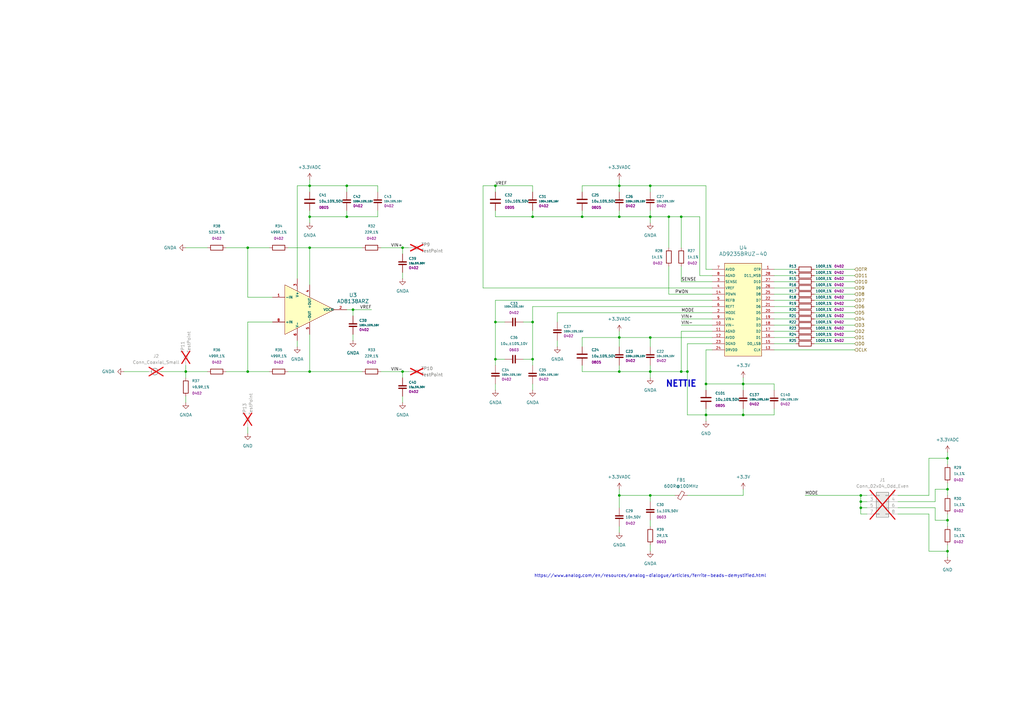
<source format=kicad_sch>
(kicad_sch (version 20231120) (generator "eeschema") (generator_version "8.0")
  (paper "A3")
  (junction (at 254 76.2))
  (junction (at 266.7 88.9))
  (junction (at 274.32 88.9))
  (junction (at 304.8 170.18))
  (junction (at 127 76.2))
  (junction (at 203.2 132.08))
  (junction (at 353.06 208.28))
  (junction (at 144.78 127))
  (junction (at 165.1 101.6))
  (junction (at 203.2 76.2))
  (junction (at 254 203.2))
  (junction (at 304.8 157.48))
  (junction (at 238.76 88.9))
  (junction (at 266.7 76.2))
  (junction (at 266.7 152.4))
  (junction (at 218.44 132.08))
  (junction (at 142.24 88.9))
  (junction (at 76.2 152.4))
  (junction (at 101.6 101.6))
  (junction (at 218.44 88.9))
  (junction (at 266.7 203.2))
  (junction (at 266.7 138.43))
  (junction (at 388.62 226.06))
  (junction (at 254 138.43))
  (junction (at 353.06 203.2))
  (junction (at 254 152.4))
  (junction (at 101.6 152.4))
  (junction (at 142.24 76.2))
  (junction (at 353.06 205.74))
  (junction (at 388.62 213.36))
  (junction (at 281.94 152.4))
  (junction (at 127 152.4))
  (junction (at 127 88.9))
  (junction (at 279.4 152.4))
  (junction (at 289.56 170.18))
  (junction (at 279.4 88.9))
  (junction (at 218.44 147.32))
  (junction (at 165.1 152.4))
  (junction (at 203.2 147.32))
  (junction (at 127 101.6))
  (junction (at 289.56 157.48))
  (junction (at 388.62 200.66))
  (junction (at 254 88.9))
  (junction (at 388.62 187.96))
  (wire (pts (xy 203.2 147.32) (xy 203.2 149.86)))
  (wire (pts (xy 317.5 130.81) (xy 326.39 130.81)))
  (wire (pts (xy 238.76 88.9) (xy 254 88.9)))
  (wire (pts (xy 304.8 154.94) (xy 304.8 157.48)))
  (wire (pts (xy 76.2 162.56) (xy 76.2 165.1)))
  (wire (pts (xy 279.4 88.9) (xy 279.4 101.6)))
  (wire (pts (xy 388.62 200.66) (xy 388.62 203.2)))
  (wire (pts (xy 121.92 76.2) (xy 121.92 114.3)))
  (wire (pts (xy 144.78 127) (xy 152.4 127)))
  (wire (pts (xy 203.2 132.08) (xy 207.01 132.08)))
  (wire (pts (xy 292.1 113.03) (xy 287.02 113.03)))
  (wire (pts (xy 289.56 170.18) (xy 289.56 172.72)))
  (wire (pts (xy 266.7 86.36) (xy 266.7 88.9)))
  (wire (pts (xy 292.1 120.65) (xy 274.32 120.65)))
  (wire (pts (xy 289.56 76.2) (xy 289.56 110.49)))
  (wire (pts (xy 287.02 88.9) (xy 287.02 113.03)))
  (wire (pts (xy 353.06 208.28) (xy 353.06 210.82)))
  (wire (pts (xy 165.1 154.94) (xy 165.1 152.4)))
  (wire (pts (xy 317.5 135.89) (xy 326.39 135.89)))
  (wire (pts (xy 127 78.74) (xy 127 76.2)))
  (wire (pts (xy 279.4 130.81) (xy 292.1 130.81)))
  (wire (pts (xy 266.7 88.9) (xy 274.32 88.9)))
  (wire (pts (xy 266.7 138.43) (xy 292.1 138.43)))
  (wire (pts (xy 279.4 88.9) (xy 287.02 88.9)))
  (wire (pts (xy 266.7 152.4) (xy 266.7 154.94)))
  (wire (pts (xy 92.71 101.6) (xy 101.6 101.6)))
  (wire (pts (xy 254 76.2) (xy 254 78.74)))
  (wire (pts (xy 317.5 125.73) (xy 326.39 125.73)))
  (wire (pts (xy 266.7 88.9) (xy 266.7 91.44)))
  (wire (pts (xy 254 138.43) (xy 254 142.24)))
  (wire (pts (xy 317.5 138.43) (xy 326.39 138.43)))
  (wire (pts (xy 228.6 142.24) (xy 228.6 139.7)))
  (wire (pts (xy 165.1 111.76) (xy 165.1 114.3)))
  (wire (pts (xy 274.32 88.9) (xy 274.32 101.6)))
  (wire (pts (xy 218.44 76.2) (xy 203.2 76.2)))
  (wire (pts (xy 388.62 210.82) (xy 388.62 213.36)))
  (wire (pts (xy 101.6 175.26) (xy 101.6 177.8)))
  (wire (pts (xy 218.44 125.73) (xy 292.1 125.73)))
  (wire (pts (xy 388.62 226.06) (xy 388.62 228.6)))
  (wire (pts (xy 292.1 135.89) (xy 279.4 135.89)))
  (wire (pts (xy 334.01 128.27) (xy 350.52 128.27)))
  (wire (pts (xy 266.7 152.4) (xy 279.4 152.4)))
  (wire (pts (xy 317.5 123.19) (xy 326.39 123.19)))
  (wire (pts (xy 279.4 133.35) (xy 292.1 133.35)))
  (wire (pts (xy 388.62 187.96) (xy 388.62 190.5)))
  (wire (pts (xy 110.49 101.6) (xy 101.6 101.6)))
  (wire (pts (xy 266.7 203.2) (xy 276.86 203.2)))
  (wire (pts (xy 203.2 123.19) (xy 292.1 123.19)))
  (wire (pts (xy 127 101.6) (xy 127 116.84)))
  (wire (pts (xy 110.49 152.4) (xy 101.6 152.4)))
  (wire (pts (xy 317.5 157.48) (xy 317.5 160.02)))
  (wire (pts (xy 281.94 170.18) (xy 289.56 170.18)))
  (wire (pts (xy 203.2 147.32) (xy 207.01 147.32)))
  (wire (pts (xy 353.06 208.28) (xy 355.6 208.28)))
  (wire (pts (xy 353.06 203.2) (xy 353.06 205.74)))
  (wire (pts (xy 203.2 88.9) (xy 218.44 88.9)))
  (wire (pts (xy 154.94 88.9) (xy 154.94 86.36)))
  (wire (pts (xy 274.32 88.9) (xy 279.4 88.9)))
  (wire (pts (xy 334.01 118.11) (xy 350.52 118.11)))
  (wire (pts (xy 289.56 110.49) (xy 292.1 110.49)))
  (wire (pts (xy 353.06 205.74) (xy 355.6 205.74)))
  (wire (pts (xy 317.5 170.18) (xy 304.8 170.18)))
  (wire (pts (xy 388.62 223.52) (xy 388.62 226.06)))
  (wire (pts (xy 254 135.89) (xy 254 138.43)))
  (wire (pts (xy 266.7 76.2) (xy 266.7 78.74)))
  (wire (pts (xy 279.4 109.22) (xy 279.4 115.57)))
  (wire (pts (xy 334.01 135.89) (xy 350.52 135.89)))
  (wire (pts (xy 317.5 140.97) (xy 326.39 140.97)))
  (wire (pts (xy 127 152.4) (xy 127 137.16)))
  (wire (pts (xy 304.8 157.48) (xy 317.5 157.48)))
  (wire (pts (xy 92.71 152.4) (xy 101.6 152.4)))
  (wire (pts (xy 334.01 110.49) (xy 350.52 110.49)))
  (wire (pts (xy 144.78 129.54) (xy 144.78 127)))
  (wire (pts (xy 144.78 139.7) (xy 144.78 137.16)))
  (wire (pts (xy 127 76.2) (xy 142.24 76.2)))
  (wire (pts (xy 254 86.36) (xy 254 88.9)))
  (wire (pts (xy 238.76 78.74) (xy 238.76 76.2)))
  (wire (pts (xy 304.8 167.64) (xy 304.8 170.18)))
  (wire (pts (xy 254 200.66) (xy 254 203.2)))
  (wire (pts (xy 381 187.96) (xy 381 203.2)))
  (wire (pts (xy 101.6 132.08) (xy 111.76 132.08)))
  (wire (pts (xy 388.62 198.12) (xy 388.62 200.66)))
  (wire (pts (xy 292.1 143.51) (xy 289.56 143.51)))
  (wire (pts (xy 254 152.4) (xy 266.7 152.4)))
  (wire (pts (xy 127 88.9) (xy 127 86.36)))
  (wire (pts (xy 118.11 101.6) (xy 127 101.6)))
  (wire (pts (xy 289.56 167.64) (xy 289.56 170.18)))
  (wire (pts (xy 381 226.06) (xy 388.62 226.06)))
  (wire (pts (xy 254 138.43) (xy 266.7 138.43)))
  (wire (pts (xy 76.2 149.86) (xy 76.2 152.4)))
  (wire (pts (xy 355.6 203.2) (xy 353.06 203.2)))
  (wire (pts (xy 148.59 152.4) (xy 127 152.4)))
  (wire (pts (xy 317.5 143.51) (xy 350.52 143.51)))
  (wire (pts (xy 238.76 152.4) (xy 254 152.4)))
  (wire (pts (xy 127 88.9) (xy 142.24 88.9)))
  (wire (pts (xy 383.54 208.28) (xy 383.54 213.36)))
  (wire (pts (xy 281.94 203.2) (xy 304.8 203.2)))
  (wire (pts (xy 165.1 152.4) (xy 167.64 152.4)))
  (wire (pts (xy 218.44 125.73) (xy 218.44 132.08)))
  (wire (pts (xy 156.21 101.6) (xy 165.1 101.6)))
  (wire (pts (xy 334.01 120.65) (xy 350.52 120.65)))
  (wire (pts (xy 289.56 170.18) (xy 304.8 170.18)))
  (wire (pts (xy 238.76 76.2) (xy 254 76.2)))
  (wire (pts (xy 388.62 187.96) (xy 381 187.96)))
  (wire (pts (xy 101.6 152.4) (xy 101.6 132.08)))
  (wire (pts (xy 289.56 76.2) (xy 266.7 76.2)))
  (wire (pts (xy 353.06 205.74) (xy 353.06 208.28)))
  (wire (pts (xy 254 215.9) (xy 254 218.44)))
  (wire (pts (xy 214.63 132.08) (xy 218.44 132.08)))
  (wire (pts (xy 368.3 203.2) (xy 381 203.2)))
  (wire (pts (xy 292.1 128.27) (xy 228.6 128.27)))
  (wire (pts (xy 334.01 115.57) (xy 350.52 115.57)))
  (wire (pts (xy 203.2 123.19) (xy 203.2 132.08)))
  (wire (pts (xy 292.1 115.57) (xy 279.4 115.57)))
  (wire (pts (xy 127 73.66) (xy 127 76.2)))
  (wire (pts (xy 304.8 157.48) (xy 304.8 160.02)))
  (wire (pts (xy 289.56 143.51) (xy 289.56 157.48)))
  (wire (pts (xy 142.24 88.9) (xy 154.94 88.9)))
  (wire (pts (xy 254 88.9) (xy 266.7 88.9)))
  (wire (pts (xy 118.11 152.4) (xy 127 152.4)))
  (wire (pts (xy 281.94 140.97) (xy 281.94 152.4)))
  (wire (pts (xy 76.2 101.6) (xy 85.09 101.6)))
  (wire (pts (xy 266.7 138.43) (xy 266.7 142.24)))
  (wire (pts (xy 198.12 76.2) (xy 198.12 118.11)))
  (wire (pts (xy 203.2 132.08) (xy 203.2 147.32)))
  (wire (pts (xy 266.7 215.9) (xy 266.7 213.36)))
  (wire (pts (xy 76.2 152.4) (xy 76.2 154.94)))
  (wire (pts (xy 317.5 133.35) (xy 326.39 133.35)))
  (wire (pts (xy 254 76.2) (xy 266.7 76.2)))
  (wire (pts (xy 317.5 128.27) (xy 326.39 128.27)))
  (wire (pts (xy 254 73.66) (xy 254 76.2)))
  (wire (pts (xy 334.01 113.03) (xy 350.52 113.03)))
  (wire (pts (xy 334.01 123.19) (xy 350.52 123.19)))
  (wire (pts (xy 101.6 121.92) (xy 111.76 121.92)))
  (wire (pts (xy 368.3 208.28) (xy 383.54 208.28)))
  (wire (pts (xy 334.01 125.73) (xy 350.52 125.73)))
  (wire (pts (xy 218.44 88.9) (xy 218.44 86.36)))
  (wire (pts (xy 218.44 132.08) (xy 218.44 147.32)))
  (wire (pts (xy 317.5 118.11) (xy 326.39 118.11)))
  (wire (pts (xy 317.5 115.57) (xy 326.39 115.57)))
  (wire (pts (xy 218.44 147.32) (xy 218.44 149.86)))
  (wire (pts (xy 165.1 101.6) (xy 165.1 104.14)))
  (wire (pts (xy 317.5 120.65) (xy 326.39 120.65)))
  (wire (pts (xy 148.59 101.6) (xy 127 101.6)))
  (wire (pts (xy 317.5 113.03) (xy 326.39 113.03)))
  (wire (pts (xy 218.44 78.74) (xy 218.44 76.2)))
  (wire (pts (xy 218.44 157.48) (xy 218.44 160.02)))
  (wire (pts (xy 289.56 157.48) (xy 289.56 160.02)))
  (wire (pts (xy 254 149.86) (xy 254 152.4)))
  (wire (pts (xy 127 91.44) (xy 127 88.9)))
  (wire (pts (xy 142.24 76.2) (xy 154.94 76.2)))
  (wire (pts (xy 334.01 138.43) (xy 350.52 138.43)))
  (wire (pts (xy 383.54 205.74) (xy 383.54 200.66)))
  (wire (pts (xy 279.4 152.4) (xy 281.94 152.4)))
  (wire (pts (xy 203.2 76.2) (xy 198.12 76.2)))
  (wire (pts (xy 142.24 88.9) (xy 142.24 86.36)))
  (wire (pts (xy 238.76 138.43) (xy 238.76 142.24)))
  (wire (pts (xy 330.2 203.2) (xy 353.06 203.2)))
  (wire (pts (xy 292.1 118.11) (xy 198.12 118.11)))
  (wire (pts (xy 238.76 88.9) (xy 218.44 88.9)))
  (wire (pts (xy 165.1 101.6) (xy 167.64 101.6)))
  (wire (pts (xy 127 76.2) (xy 121.92 76.2)))
  (wire (pts (xy 266.7 149.86) (xy 266.7 152.4)))
  (wire (pts (xy 334.01 130.81) (xy 350.52 130.81)))
  (wire (pts (xy 228.6 128.27) (xy 228.6 132.08)))
  (wire (pts (xy 154.94 76.2) (xy 154.94 78.74)))
  (wire (pts (xy 317.5 110.49) (xy 326.39 110.49)))
  (wire (pts (xy 388.62 185.42) (xy 388.62 187.96)))
  (wire (pts (xy 353.06 210.82) (xy 355.6 210.82)))
  (wire (pts (xy 50.8 152.4) (xy 60.96 152.4)))
  (wire (pts (xy 254 203.2) (xy 266.7 203.2)))
  (wire (pts (xy 281.94 152.4) (xy 281.94 170.18)))
  (wire (pts (xy 214.63 147.32) (xy 218.44 147.32)))
  (wire (pts (xy 165.1 152.4) (xy 156.21 152.4)))
  (wire (pts (xy 317.5 167.64) (xy 317.5 170.18)))
  (wire (pts (xy 121.92 139.7) (xy 121.92 142.24)))
  (wire (pts (xy 274.32 109.22) (xy 274.32 120.65)))
  (wire (pts (xy 165.1 165.1) (xy 165.1 162.56)))
  (wire (pts (xy 368.3 210.82) (xy 381 210.82)))
  (wire (pts (xy 279.4 135.89) (xy 279.4 152.4)))
  (wire (pts (xy 203.2 157.48) (xy 203.2 160.02)))
  (wire (pts (xy 254 203.2) (xy 254 208.28)))
  (wire (pts (xy 368.3 205.74) (xy 383.54 205.74)))
  (wire (pts (xy 142.24 76.2) (xy 142.24 78.74)))
  (wire (pts (xy 334.01 140.97) (xy 350.52 140.97)))
  (wire (pts (xy 203.2 86.36) (xy 203.2 88.9)))
  (wire (pts (xy 66.04 152.4) (xy 76.2 152.4)))
  (wire (pts (xy 144.78 127) (xy 142.24 127)))
  (wire (pts (xy 388.62 213.36) (xy 388.62 215.9)))
  (wire (pts (xy 383.54 200.66) (xy 388.62 200.66)))
  (wire (pts (xy 292.1 140.97) (xy 281.94 140.97)))
  (wire (pts (xy 101.6 101.6) (xy 101.6 121.92)))
  (wire (pts (xy 266.7 205.74) (xy 266.7 203.2)))
  (wire (pts (xy 203.2 76.2) (xy 203.2 78.74)))
  (wire (pts (xy 238.76 86.36) (xy 238.76 88.9)))
  (wire (pts (xy 76.2 152.4) (xy 85.09 152.4)))
  (wire (pts (xy 304.8 203.2) (xy 304.8 200.66)))
  (wire (pts (xy 381 210.82) (xy 381 226.06)))
  (wire (pts (xy 238.76 152.4) (xy 238.76 149.86)))
  (wire (pts (xy 289.56 157.48) (xy 304.8 157.48)))
  (wire (pts (xy 266.7 226.06) (xy 266.7 223.52)))
  (wire (pts (xy 334.01 133.35) (xy 350.52 133.35)))
  (wire (pts (xy 254 138.43) (xy 238.76 138.43)))
  (wire (pts (xy 383.54 213.36) (xy 388.62 213.36)))
  (text "https://www.analog.com/en/resources/analog-dialogue/articles/ferrite-beads-demystified.html" (at 266.7 236.22 0) (effects (font (size 1.27 1.27))))
  (text "NETTIE" (at 279.4 157.48 0) (effects (font (size 2.54 2.54) (thickness 0.508) (bold yes))))
  (label "MODE" (at 330.2 203.2 0))
  (label "VREF" (at 152.4 127 180))
  (label "VIN+" (at 165.1 101.6 180))
  (label "VIN-" (at 279.4 133.35 0))
  (label "VIN+" (at 279.4 130.81 0))
  (label "VIN-" (at 165.1 152.4 180))
  (label "SENSE" (at 279.4 115.57 0))
  (label "PWDN" (at 276.86 120.65 0))
  (label "VREF" (at 203.2 76.2 0))
  (label "MODE" (at 279.4 128.27 0))
  (hierarchical_label "D3" (shape input) (at 350.52 133.35 0))
  (hierarchical_label "D0" (shape input) (at 350.52 140.97 0))
  (hierarchical_label "CLK" (shape input) (at 350.52 143.51 0))
  (hierarchical_label "D1" (shape input) (at 350.52 138.43 0))
  (hierarchical_label "D9" (shape input) (at 350.52 118.11 0))
  (hierarchical_label "D5" (shape input) (at 350.52 128.27 0))
  (hierarchical_label "D8" (shape input) (at 350.52 120.65 0))
  (hierarchical_label "OTR" (shape input) (at 350.52 110.49 0))
  (hierarchical_label "D10" (shape input) (at 350.52 115.57 0))
  (hierarchical_label "D2" (shape input) (at 350.52 135.89 0))
  (hierarchical_label "D11" (shape input) (at 350.52 113.03 0))
  (hierarchical_label "D6" (shape input) (at 350.52 125.73 0))
  (hierarchical_label "D7" (shape input) (at 350.52 123.19 0))
  (hierarchical_label "D4" (shape input) (at 350.52 130.81 0))
  (symbol (lib_id "JLC_R0402:100R,1%") (at 330.2 110.49 90) (unit 1)
    (property "Reference" "R13" (at 325.12 109.22 90) (effects (font (size 1.016 1.016))))
    (property "Value" "100R,1%" (at 337.82 109.22 90) (effects (font (size 1.016 1.016))))
    (property "Footprint" "Abacus:R_0402_1005Metric_for_0.25mm_grid" (effects (hide yes)))
    (property "Description" "Resistor" (effects (hide yes)))
    (property "Package" "0402" (at 344.17 109.22 90) (effects (font (size 1.016 1.016))))
    (property "Manufacturer" "UNI-ROYAL" (effects (hide yes)))
    (property "Manufacturer Part" "0402WGF1000TCE" (effects (hide yes)))
    (property "Supplier Part" "C25076" (effects (hide yes)))
  )
  (symbol (lib_id "JLC_R0402:100R,1%") (at 330.2 125.73 90) (unit 1)
    (property "Reference" "R19" (at 325.12 124.46 90) (effects (font (size 1.016 1.016))))
    (property "Value" "100R,1%" (at 337.82 124.46 90) (effects (font (size 1.016 1.016))))
    (property "Footprint" "Abacus:R_0402_1005Metric_for_0.25mm_grid" (effects (hide yes)))
    (property "Description" "Resistor" (effects (hide yes)))
    (property "Package" "0402" (at 344.17 124.46 90) (effects (font (size 1.016 1.016))))
    (property "Manufacturer" "UNI-ROYAL" (effects (hide yes)))
    (property "Manufacturer Part" "0402WGF1000TCE" (effects (hide yes)))
    (property "Supplier Part" "C25076" (effects (hide yes)))
  )
  (symbol (lib_id "JLC_C0402:10n,10%,50V") (at 266.7 82.55 0) (unit 1)
    (property "Reference" "C27" (at 269.24 80.6449 0) (effects (font (size 1.016 1.016)) (justify left)))
    (property "Value" "10n,10%,10V" (at 269.24 82.55 0) (effects (font (size 0.762 0.762)) (justify left)))
    (property "Footprint" "Abacus:C_0402_1005Metric_for_0.25mm_grid" (effects (hide yes)))
    (property "Description" "Unpolarized capacitor" (effects (hide yes)))
    (property "Package" "0402" (at 269.24 84.4549 0) (effects (font (size 1.016 1.016)) (justify left)))
    (property "Manufacturer" "Samsung" (effects (hide yes)))
    (property "Manufacturer Part" "CL05B103KB5NNNC" (effects (hide yes)))
    (property "Supplier Part" "C15195" (effects (hide yes)))
  )
  (symbol (lib_id "power:+3.3VADC") (at 127 73.66 0) (unit 1)
    (property "Reference" "#PWR045" (effects (hide yes)))
    (property "Value" "+3.3VADC" (at 127 68.58 0))
    (property "Description" "Power symbol creates a global label with name \"+3.3VADC\"" (effects (hide yes)))
  )
  (symbol (lib_id "JLC_C0402:100n,10%,16V") (at 218.44 82.55 0) (unit 1)
    (property "Reference" "C31" (at 220.98 80.6449 0) (effects (font (size 1.016 1.016)) (justify left)))
    (property "Value" "100n,10%,16V" (at 220.98 82.55 0) (effects (font (size 0.762 0.762)) (justify left)))
    (property "Footprint" "Abacus:C_0402_1005Metric_for_0.25mm_grid" (effects (hide yes)))
    (property "Description" "Unpolarized capacitor" (effects (hide yes)))
    (property "Package" "0402" (at 220.98 84.4549 0) (effects (font (size 1.016 1.016)) (justify left)))
    (property "Manufacturer" "Samsung" (effects (hide yes)))
    (property "Manufacturer Part" "CL05B104KO5NNNC" (effects (hide yes)))
    (property "Supplier Part" "C1525" (effects (hide yes)))
  )
  (symbol (lib_id "power:GNDA") (at 266.7 226.06 0) (unit 1)
    (property "Reference" "#PWR051" (effects (hide yes)))
    (property "Value" "GNDA" (at 266.7 231.14 0))
    (property "Description" "Power symbol creates a global label with name \"GNDA\" , analog ground" (effects (hide yes)))
  )
  (symbol (lib_id "JLC_C0402:100n,10%,16V") (at 203.2 153.67 0) (unit 1)
    (property "Reference" "C34" (at 205.74 151.7649 0) (effects (font (size 1.016 1.016)) (justify left)))
    (property "Value" "100n,10%,16V" (at 205.74 153.67 0) (effects (font (size 0.762 0.762)) (justify left)))
    (property "Footprint" "Abacus:C_0402_1005Metric_for_0.25mm_grid" (effects (hide yes)))
    (property "Description" "Unpolarized capacitor" (effects (hide yes)))
    (property "Package" "0402" (at 205.74 155.5749 0) (effects (font (size 1.016 1.016)) (justify left)))
    (property "Manufacturer" "Samsung" (effects (hide yes)))
    (property "Manufacturer Part" "CL05B104KO5NNNC" (effects (hide yes)))
    (property "Supplier Part" "C1525" (effects (hide yes)))
  )
  (symbol (lib_id "power:+3.3V") (at 304.8 200.66 0) (unit 1)
    (property "Reference" "#PWR034" (effects (hide yes)))
    (property "Value" "+3.3V" (at 304.8 195.58 0))
    (property "Description" "Power symbol creates a global label with name \"+3.3V\"" (effects (hide yes)))
  )
  (symbol (lib_id "JLC_R0402:49.9R,1%") (at 76.2 158.75 0) (unit 1)
    (property "Reference" "R37" (at 78.74 156.2099 0) (effects (font (size 1.016 1.016)) (justify left)))
    (property "Value" "49.9R,1%" (at 78.74 158.7499 0) (effects (font (size 1.016 1.016)) (justify left)))
    (property "Footprint" "Abacus:R_0402_1005Metric_for_0.25mm_grid" (effects (hide yes)))
    (property "Description" "Resistor" (effects (hide yes)))
    (property "Package" "0402" (at 78.74 161.2899 0) (effects (font (size 1.016 1.016)) (justify left)))
    (property "Manufacturer" "UNI-ROYAL" (effects (hide yes)))
    (property "Manufacturer Part" "0402WGF499JTCE" (effects (hide yes)))
    (property "Supplier Part" "C25120" (effects (hide yes)))
  )
  (symbol (lib_id "Connector:TestPoint") (at 167.64 152.4 270) (unit 1) (dnp yes)
    (property "Reference" "TP10" (at 172.72 151.1299 90) (effects (justify left)))
    (property "Value" "TestPoint" (at 172.72 153.6699 90) (effects (justify left)))
    (property "Footprint" "TestPoint:TestPoint_THTPad_D1.0mm_Drill0.5mm" (effects (hide yes)))
    (property "Description" "test point" (effects (hide yes)))
  )
  (symbol (lib_id "JLC_C0402:10n,10%,50V") (at 154.94 82.55 0) (unit 1)
    (property "Reference" "C43" (at 157.48 80.6449 0) (effects (font (size 1.016 1.016)) (justify left)))
    (property "Value" "10n,10%,10V" (at 157.48 82.55 0) (effects (font (size 0.762 0.762)) (justify left)))
    (property "Footprint" "Abacus:C_0402_1005Metric_for_0.25mm_grid" (effects (hide yes)))
    (property "Description" "Unpolarized capacitor" (effects (hide yes)))
    (property "Package" "0402" (at 157.48 84.4549 0) (effects (font (size 1.016 1.016)) (justify left)))
    (property "Manufacturer" "Samsung" (effects (hide yes)))
    (property "Manufacturer Part" "CL05B103KB5NNNC" (effects (hide yes)))
    (property "Supplier Part" "C15195" (effects (hide yes)))
  )
  (symbol (lib_id "JLC_C0402:100n,10%,16V") (at 254 82.55 0) (unit 1)
    (property "Reference" "C26" (at 256.54 80.6449 0) (effects (font (size 1.016 1.016)) (justify left)))
    (property "Value" "100n,10%,16V" (at 256.54 82.55 0) (effects (font (size 0.762 0.762)) (justify left)))
    (property "Footprint" "Abacus:C_0402_1005Metric_for_0.25mm_grid" (effects (hide yes)))
    (property "Description" "Unpolarized capacitor" (effects (hide yes)))
    (property "Package" "0402" (at 256.54 84.4549 0) (effects (font (size 1.016 1.016)) (justify left)))
    (property "Manufacturer" "Samsung" (effects (hide yes)))
    (property "Manufacturer Part" "CL05B104KO5NNNC" (effects (hide yes)))
    (property "Supplier Part" "C1525" (effects (hide yes)))
  )
  (symbol (lib_id "JLC_LIB:GZ2012D601TF") (at 279.4 203.2 90) (unit 1)
    (property "Reference" "FB1" (at 279.3619 196.85 90))
    (property "Value" "600R@100MHz" (at 279.3619 199.39 90))
    (property "Footprint" "Inductor_SMD:L_0805_2012Metric" (effects (hide yes)))
    (property "Description" "Ferrite bead" (effects (hide yes)))
    (property "Package" "0805" (effects (hide yes)))
    (property "Manufacturer" "Sunlord" (effects (hide yes)))
    (property "Manufacturer Part" "GZ2012D601TF" (effects (hide yes)))
    (property "Supplier Part" "C1017" (effects (hide yes)))
  )
  (symbol (lib_id "JLC_C0805:10u,10%,50V") (at 127 82.55 0) (unit 1)
    (property "Reference" "C41" (at 130.81 80.0099 0) (effects (font (size 1.016 1.016)) (justify left)))
    (property "Value" "10u,10%,50V" (at 130.81 82.5499 0) (effects (font (size 1.016 1.016)) (justify left)))
    (property "Footprint" "Capacitor_SMD:C_0805_2012Metric" (effects (hide yes)))
    (property "Description" "Unpolarized capacitor" (effects (hide yes)))
    (property "Package" "0805" (at 130.81 85.0899 0) (effects (font (size 1.016 1.016)) (justify left)))
    (property "Manufacturer" "muRata" (effects (hide yes)))
    (property "Manufacturer Part" "GRM21BR61H106KE43L" (effects (hide yes)))
    (property "Supplier Part" "C440198" (effects (hide yes)))
  )
  (symbol (lib_id "JLC_R0402:100R,1%") (at 330.2 130.81 90) (unit 1)
    (property "Reference" "R21" (at 325.12 129.54 90) (effects (font (size 1.016 1.016))))
    (property "Value" "100R,1%" (at 337.82 129.54 90) (effects (font (size 1.016 1.016))))
    (property "Footprint" "Abacus:R_0402_1005Metric_for_0.25mm_grid" (effects (hide yes)))
    (property "Description" "Resistor" (effects (hide yes)))
    (property "Package" "0402" (at 344.17 129.54 90) (effects (font (size 1.016 1.016))))
    (property "Manufacturer" "UNI-ROYAL" (effects (hide yes)))
    (property "Manufacturer Part" "0402WGF1000TCE" (effects (hide yes)))
    (property "Supplier Part" "C25076" (effects (hide yes)))
  )
  (symbol (lib_id "JLC_R0402:1k,1%") (at 274.32 105.41 0) (mirror x) (unit 1)
    (property "Reference" "R28" (at 271.78 102.8699 0) (effects (font (size 1.016 1.016)) (justify right)))
    (property "Value" "1k,1%" (at 271.78 105.4099 0) (effects (font (size 1.016 1.016)) (justify right)))
    (property "Footprint" "Abacus:R_0402_1005Metric_for_0.25mm_grid" (effects (hide yes)))
    (property "Description" "Resistor" (effects (hide yes)))
    (property "Package" "0402" (at 271.78 107.9499 0) (effects (font (size 1.016 1.016)) (justify right)))
    (property "Manufacturer" "UNI-ROYAL" (effects (hide yes)))
    (property "Manufacturer Part" "0402WGF1001TCE" (effects (hide yes)))
    (property "Supplier Part" "C11702" (effects (hide yes)))
  )
  (symbol (lib_id "JLC_C0603:10u,±10%,10V") (at 210.82 147.32 90) (unit 1)
    (property "Reference" "C36" (at 210.82 138.43 90) (effects (font (size 1.016 1.016))))
    (property "Value" "10u,±10%,10V" (at 210.82 140.97 90) (effects (font (size 1.016 1.016))))
    (property "Footprint" "Abacus:C_0603_1608Metric_1.28x0.64mm_Courtyard" (effects (hide yes)))
    (property "Description" "Unpolarized capacitor" (effects (hide yes)))
    (property "Package" "0603" (at 210.82 143.51 90) (effects (font (size 1.016 1.016))))
    (property "Manufacturer" "Samsung" (effects (hide yes)))
    (property "Manufacturer Part" "CL10A106KP8NNNC" (effects (hide yes)))
    (property "Supplier Part" "C19702" (effects (hide yes)))
  )
  (symbol (lib_id "JLC_R0402:1k,1%") (at 279.4 105.41 180) (unit 1)
    (property "Reference" "R27" (at 281.94 102.8699 0) (effects (font (size 1.016 1.016)) (justify right)))
    (property "Value" "1k,1%" (at 281.94 105.4099 0) (effects (font (size 1.016 1.016)) (justify right)))
    (property "Footprint" "Abacus:R_0402_1005Metric_for_0.25mm_grid" (effects (hide yes)))
    (property "Description" "Resistor" (effects (hide yes)))
    (property "Package" "0402" (at 281.94 107.9499 0) (effects (font (size 1.016 1.016)) (justify right)))
    (property "Manufacturer" "UNI-ROYAL" (effects (hide yes)))
    (property "Manufacturer Part" "0402WGF1001TCE" (effects (hide yes)))
    (property "Supplier Part" "C11702" (effects (hide yes)))
  )
  (symbol (lib_id "JLC_R0402:100R,1%") (at 330.2 138.43 90) (unit 1)
    (property "Reference" "R24" (at 325.12 137.16 90) (effects (font (size 1.016 1.016))))
    (property "Value" "100R,1%" (at 337.82 137.16 90) (effects (font (size 1.016 1.016))))
    (property "Footprint" "Abacus:R_0402_1005Metric_for_0.25mm_grid" (effects (hide yes)))
    (property "Description" "Resistor" (effects (hide yes)))
    (property "Package" "0402" (at 344.17 137.16 90) (effects (font (size 1.016 1.016))))
    (property "Manufacturer" "UNI-ROYAL" (effects (hide yes)))
    (property "Manufacturer Part" "0402WGF1000TCE" (effects (hide yes)))
    (property "Supplier Part" "C25076" (effects (hide yes)))
  )
  (symbol (lib_id "JLC_C0402:100n,10%,16V") (at 218.44 153.67 0) (unit 1)
    (property "Reference" "C35" (at 220.98 151.7649 0) (effects (font (size 1.016 1.016)) (justify left)))
    (property "Value" "100n,10%,16V" (at 220.98 153.67 0) (effects (font (size 0.762 0.762)) (justify left)))
    (property "Footprint" "Abacus:C_0402_1005Metric_for_0.25mm_grid" (effects (hide yes)))
    (property "Description" "Unpolarized capacitor" (effects (hide yes)))
    (property "Package" "0402" (at 220.98 155.5749 0) (effects (font (size 1.016 1.016)) (justify left)))
    (property "Manufacturer" "Samsung" (effects (hide yes)))
    (property "Manufacturer Part" "CL05B104KO5NNNC" (effects (hide yes)))
    (property "Supplier Part" "C1525" (effects (hide yes)))
  )
  (symbol (lib_id "JLCE_R0402:499R,1%") (at 88.9 152.4 90) (unit 1)
    (property "Reference" "R36" (at 88.9 143.51 90) (effects (font (size 1.016 1.016))))
    (property "Value" "499R,1%" (at 88.9 146.05 90) (effects (font (size 1.016 1.016))))
    (property "Footprint" "Abacus:R_0402_1005Metric_for_0.25mm_grid" (effects (hide yes)))
    (property "Description" "Resistor" (effects (hide yes)))
    (property "Package" "0402" (at 88.9 148.59 90) (effects (font (size 1.016 1.016))))
    (property "Manufacturer" "YAGEO" (effects (hide yes)))
    (property "Manufacturer Part" "RC0402FR-07499RL" (effects (hide yes)))
    (property "Supplier Part" "C137970" (effects (hide yes)))
  )
  (symbol (lib_id "JLC_R0402:22R,1%") (at 152.4 101.6 90) (unit 1)
    (property "Reference" "R32" (at 152.4 92.71 90) (effects (font (size 1.016 1.016))))
    (property "Value" "22R,1%" (at 152.4 95.25 90) (effects (font (size 1.016 1.016))))
    (property "Footprint" "Abacus:R_0402_1005Metric_for_0.25mm_grid" (effects (hide yes)))
    (property "Description" "Resistor" (effects (hide yes)))
    (property "Package" "0402" (at 152.4 97.79 90) (effects (font (size 1.016 1.016))))
    (property "Manufacturer" "UNI-ROYAL" (effects (hide yes)))
    (property "Manufacturer Part" "0402WGF220JTCE" (effects (hide yes)))
    (property "Supplier Part" "C25092" (effects (hide yes)))
  )
  (symbol (lib_id "JLC_R0402:1k,1%") (at 388.62 194.31 180) (unit 1)
    (property "Reference" "R29" (at 391.16 191.7699 0) (effects (font (size 1.016 1.016)) (justify right)))
    (property "Value" "1k,1%" (at 391.16 194.3099 0) (effects (font (size 1.016 1.016)) (justify right)))
    (property "Footprint" "Abacus:R_0402_1005Metric_for_0.25mm_grid" (effects (hide yes)))
    (property "Description" "Resistor" (effects (hide yes)))
    (property "Package" "0402" (at 391.16 196.8499 0) (effects (font (size 1.016 1.016)) (justify right)))
    (property "Manufacturer" "UNI-ROYAL" (effects (hide yes)))
    (property "Manufacturer Part" "0402WGF1001TCE" (effects (hide yes)))
    (property "Supplier Part" "C11702" (effects (hide yes)))
  )
  (symbol (lib_id "JLC_C0805:10u,10%,50V") (at 203.2 82.55 0) (unit 1)
    (property "Reference" "C32" (at 207.01 80.0099 0) (effects (font (size 1.016 1.016)) (justify left)))
    (property "Value" "10u,10%,50V" (at 207.01 82.5499 0) (effects (font (size 1.016 1.016)) (justify left)))
    (property "Footprint" "Capacitor_SMD:C_0805_2012Metric" (effects (hide yes)))
    (property "Description" "Unpolarized capacitor" (effects (hide yes)))
    (property "Package" "0805" (at 207.01 85.0899 0) (effects (font (size 1.016 1.016)) (justify left)))
    (property "Manufacturer" "muRata" (effects (hide yes)))
    (property "Manufacturer Part" "GRM21BR61H106KE43L" (effects (hide yes)))
    (property "Supplier Part" "C440198" (effects (hide yes)))
  )
  (symbol (lib_id "JLCE_R0402:523R,1%") (at 88.9 101.6 90) (unit 1)
    (property "Reference" "R38" (at 88.9 92.71 90) (effects (font (size 1.016 1.016))))
    (property "Value" "523R,1%" (at 88.9 95.25 90) (effects (font (size 1.016 1.016))))
    (property "Footprint" "Abacus:R_0402_1005Metric_for_0.25mm_grid" (effects (hide yes)))
    (property "Description" "Resistor" (effects (hide yes)))
    (property "Package" "0402" (at 88.9 97.79 90) (effects (font (size 1.016 1.016))))
    (property "Manufacturer" "UNI-ROYAL" (effects (hide yes)))
    (property "Manufacturer Part" "TC0225B5230TCC" (effects (hide yes)))
    (property "Supplier Part" "C517803" (effects (hide yes)))
  )
  (symbol (lib_id "JLC_C0402:15p,5%,50V") (at 165.1 107.95 0) (unit 1)
    (property "Reference" "C39" (at 167.64 106.0449 0) (effects (font (size 1.016 1.016)) (justify left)))
    (property "Value" "15p,5%,50V" (at 167.64 107.95 0) (effects (font (size 0.762 0.762)) (justify left)))
    (property "Footprint" "Abacus:C_0402_1005Metric_for_0.25mm_grid" (effects (hide yes)))
    (property "Description" "Unpolarized capacitor" (effects (hide yes)))
    (property "Package" "0402" (at 167.64 109.8549 0) (effects (font (size 1.016 1.016)) (justify left)))
    (property "Manufacturer" "FH" (effects (hide yes)))
    (property "Manufacturer Part" "0402CG150J500NT" (effects (hide yes)))
    (property "Supplier Part" "C1548" (effects (hide yes)))
  )
  (symbol (lib_id "JLC_R0402:100R,1%") (at 330.2 133.35 90) (unit 1)
    (property "Reference" "R22" (at 325.12 132.08 90) (effects (font (size 1.016 1.016))))
    (property "Value" "100R,1%" (at 337.82 132.08 90) (effects (font (size 1.016 1.016))))
    (property "Footprint" "Abacus:R_0402_1005Metric_for_0.25mm_grid" (effects (hide yes)))
    (property "Description" "Resistor" (effects (hide yes)))
    (property "Package" "0402" (at 344.17 132.08 90) (effects (font (size 1.016 1.016))))
    (property "Manufacturer" "UNI-ROYAL" (effects (hide yes)))
    (property "Manufacturer Part" "0402WGF1000TCE" (effects (hide yes)))
    (property "Supplier Part" "C25076" (effects (hide yes)))
  )
  (symbol (lib_id "power:GNDA") (at 121.92 142.24 0) (unit 1)
    (property "Reference" "#PWR043" (effects (hide yes)))
    (property "Value" "GNDA" (at 121.92 147.32 0))
    (property "Description" "Power symbol creates a global label with name \"GNDA\" , analog ground" (effects (hide yes)))
  )
  (symbol (lib_id "Connector:TestPoint") (at 167.64 101.6 270) (unit 1) (dnp yes)
    (property "Reference" "TP9" (at 172.72 100.3299 90) (effects (justify left)))
    (property "Value" "TestPoint" (at 172.72 102.8699 90) (effects (justify left)))
    (property "Footprint" "TestPoint:TestPoint_THTPad_D1.0mm_Drill0.5mm" (effects (hide yes)))
    (property "Description" "test point" (effects (hide yes)))
  )
  (symbol (lib_id "Connector:TestPoint") (at 101.6 175.26 0) (unit 1) (dnp yes)
    (property "Reference" "TP13" (at 100.3299 170.18 90) (effects (justify left)))
    (property "Value" "TestPoint" (at 102.8699 170.18 90) (effects (justify left)))
    (property "Footprint" "TestPoint:TestPoint_THTPad_D1.0mm_Drill0.5mm" (effects (hide yes)))
    (property "Description" "test point" (effects (hide yes)))
  )
  (symbol (lib_id "JLC_C0402:10n,10%,50V") (at 266.7 146.05 0) (unit 1)
    (property "Reference" "C22" (at 269.24 144.1449 0) (effects (font (size 1.016 1.016)) (justify left)))
    (property "Value" "10n,10%,10V" (at 269.24 146.05 0) (effects (font (size 0.762 0.762)) (justify left)))
    (property "Footprint" "Abacus:C_0402_1005Metric_for_0.25mm_grid" (effects (hide yes)))
    (property "Description" "Unpolarized capacitor" (effects (hide yes)))
    (property "Package" "0402" (at 269.24 147.9549 0) (effects (font (size 1.016 1.016)) (justify left)))
    (property "Manufacturer" "Samsung" (effects (hide yes)))
    (property "Manufacturer Part" "CL05B103KB5NNNC" (effects (hide yes)))
    (property "Supplier Part" "C15195" (effects (hide yes)))
  )
  (symbol (lib_id "power:GNDA") (at 203.2 160.02 0) (unit 1)
    (property "Reference" "#PWR029" (effects (hide yes)))
    (property "Value" "GNDA" (at 203.2 165.1 0))
    (property "Description" "Power symbol creates a global label with name \"GNDA\" , analog ground" (effects (hide yes)))
  )
  (symbol (lib_id "power:GNDA") (at 76.2 101.6 270) (unit 1)
    (property "Reference" "#PWR047" (effects (hide yes)))
    (property "Value" "GNDA" (at 72.39 101.5999 90) (effects (justify right)))
    (property "Description" "Power symbol creates a global label with name \"GNDA\" , analog ground" (effects (hide yes)))
  )
  (symbol (lib_id "JLC_C0402:10n,10%,50V") (at 254 212.09 0) (unit 1)
    (property "Reference" "C29" (at 256.54 209.5499 0) (effects (font (size 1.016 1.016)) (justify left)))
    (property "Value" "10n,50V" (at 256.54 212.0899 0) (effects (font (size 1.016 1.016)) (justify left)))
    (property "Footprint" "Abacus:C_0402_1005Metric_for_0.25mm_grid" (effects (hide yes)))
    (property "Description" "Unpolarized capacitor" (effects (hide yes)))
    (property "Package" "0402" (at 256.54 214.6299 0) (effects (font (size 1.016 1.016)) (justify left)))
    (property "Manufacturer" "Samsung" (effects (hide yes)))
    (property "Manufacturer Part" "CL05B103KB5NNNC" (effects (hide yes)))
    (property "Supplier Part" "C15195" (effects (hide yes)))
  )
  (symbol (lib_id "power:GNDA") (at 254 218.44 0) (unit 1)
    (property "Reference" "#PWR050" (effects (hide yes)))
    (property "Value" "GNDA" (at 254 223.52 0))
    (property "Description" "Power symbol creates a global label with name \"GNDA\" , analog ground" (effects (hide yes)))
  )
  (symbol (lib_id "JLC_C0603:1u,±10%,50V") (at 266.7 209.55 0) (unit 1)
    (property "Reference" "C30" (at 269.24 207.0099 0) (effects (font (size 1.016 1.016)) (justify left)))
    (property "Value" "1u,10%,50V" (at 269.24 209.5499 0) (effects (font (size 1.016 1.016)) (justify left)))
    (property "Footprint" "Abacus:C_0603_1608Metric_1.28x0.64mm_Courtyard" (effects (hide yes)))
    (property "Description" "Unpolarized capacitor" (effects (hide yes)))
    (property "Package" "0603" (at 269.24 212.0899 0) (effects (font (size 1.016 1.016)) (justify left)))
    (property "Manufacturer" "Samsung" (effects (hide yes)))
    (property "Manufacturer Part" "CL10A105KB8NNNC" (effects (hide yes)))
    (property "Supplier Part" "C15849" (effects (hide yes)))
  )
  (symbol (lib_id "power:+3.3VADC") (at 254 200.66 0) (unit 1)
    (property "Reference" "#PWR049" (effects (hide yes)))
    (property "Value" "+3.3VADC" (at 254 195.58 0))
    (property "Description" "Power symbol creates a global label with name \"+3.3VADC\"" (effects (hide yes)))
  )
  (symbol (lib_id "power:+3.3VADC") (at 254 135.89 0) (unit 1)
    (property "Reference" "#PWR032" (effects (hide yes)))
    (property "Value" "+3.3VADC" (at 254 130.81 0))
    (property "Description" "Power symbol creates a global label with name \"+3.3VADC\"" (effects (hide yes)))
  )
  (symbol (lib_id "JLC_R0402:100R,1%") (at 330.2 113.03 90) (unit 1)
    (property "Reference" "R14" (at 325.12 111.76 90) (effects (font (size 1.016 1.016))))
    (property "Value" "100R,1%" (at 337.82 111.76 90) (effects (font (size 1.016 1.016))))
    (property "Footprint" "Abacus:R_0402_1005Metric_for_0.25mm_grid" (effects (hide yes)))
    (property "Description" "Resistor" (effects (hide yes)))
    (property "Package" "0402" (at 344.17 111.76 90) (effects (font (size 1.016 1.016))))
    (property "Manufacturer" "UNI-ROYAL" (effects (hide yes)))
    (property "Manufacturer Part" "0402WGF1000TCE" (effects (hide yes)))
    (property "Supplier Part" "C25076" (effects (hide yes)))
  )
  (symbol (lib_id "JLC_C0402:100n,10%,16V") (at 142.24 82.55 0) (unit 1)
    (property "Reference" "C42" (at 144.78 80.6449 0) (effects (font (size 1.016 1.016)) (justify left)))
    (property "Value" "100n,10%,16V" (at 144.78 82.55 0) (effects (font (size 0.762 0.762)) (justify left)))
    (property "Footprint" "Abacus:C_0402_1005Metric_for_0.25mm_grid" (effects (hide yes)))
    (property "Description" "Unpolarized capacitor" (effects (hide yes)))
    (property "Package" "0402" (at 144.78 84.4549 0) (effects (font (size 1.016 1.016)) (justify left)))
    (property "Manufacturer" "Samsung" (effects (hide yes)))
    (property "Manufacturer Part" "CL05B104KO5NNNC" (effects (hide yes)))
    (property "Supplier Part" "C1525" (effects (hide yes)))
  )
  (symbol (lib_id "power:GNDA") (at 165.1 114.3 0) (unit 1)
    (property "Reference" "#PWR041" (effects (hide yes)))
    (property "Value" "GNDA" (at 165.1 119.38 0))
    (property "Description" "Power symbol creates a global label with name \"GNDA\" , analog ground" (effects (hide yes)))
  )
  (symbol (lib_id "JLC_R0402:100R,1%") (at 330.2 118.11 90) (unit 1)
    (property "Reference" "R16" (at 325.12 116.84 90) (effects (font (size 1.016 1.016))))
    (property "Value" "100R,1%" (at 337.82 116.84 90) (effects (font (size 1.016 1.016))))
    (property "Footprint" "Abacus:R_0402_1005Metric_for_0.25mm_grid" (effects (hide yes)))
    (property "Description" "Resistor" (effects (hide yes)))
    (property "Package" "0402" (at 344.17 116.84 90) (effects (font (size 1.016 1.016))))
    (property "Manufacturer" "UNI-ROYAL" (effects (hide yes)))
    (property "Manufacturer Part" "0402WGF1000TCE" (effects (hide yes)))
    (property "Supplier Part" "C25076" (effects (hide yes)))
  )
  (symbol (lib_id "JLCE_R0402:499R,1%") (at 114.3 101.6 90) (unit 1)
    (property "Reference" "R34" (at 114.3 92.71 90) (effects (font (size 1.016 1.016))))
    (property "Value" "499R,1%" (at 114.3 95.25 90) (effects (font (size 1.016 1.016))))
    (property "Footprint" "Abacus:R_0402_1005Metric_for_0.25mm_grid" (effects (hide yes)))
    (property "Description" "Resistor" (effects (hide yes)))
    (property "Package" "0402" (at 114.3 97.79 90) (effects (font (size 1.016 1.016))))
    (property "Manufacturer" "YAGEO" (effects (hide yes)))
    (property "Manufacturer Part" "RC0402FR-07499RL" (effects (hide yes)))
    (property "Supplier Part" "C137970" (effects (hide yes)))
  )
  (symbol (lib_id "JLC_C0402:15p,5%,50V") (at 165.1 158.75 0) (unit 1)
    (property "Reference" "C40" (at 167.64 156.8449 0) (effects (font (size 1.016 1.016)) (justify left)))
    (property "Value" "15p,5%,50V" (at 167.64 158.75 0) (effects (font (size 0.762 0.762)) (justify left)))
    (property "Footprint" "Abacus:C_0402_1005Metric_for_0.25mm_grid" (effects (hide yes)))
    (property "Description" "Unpolarized capacitor" (effects (hide yes)))
    (property "Package" "0402" (at 167.64 160.6549 0) (effects (font (size 1.016 1.016)) (justify left)))
    (property "Manufacturer" "FH" (effects (hide yes)))
    (property "Manufacturer Part" "0402CG150J500NT" (effects (hide yes)))
    (property "Supplier Part" "C1548" (effects (hide yes)))
  )
  (symbol (lib_id "JLC_R0402:100R,1%") (at 330.2 120.65 90) (unit 1)
    (property "Reference" "R17" (at 325.12 119.38 90) (effects (font (size 1.016 1.016))))
    (property "Value" "100R,1%" (at 337.82 119.38 90) (effects (font (size 1.016 1.016))))
    (property "Footprint" "Abacus:R_0402_1005Metric_for_0.25mm_grid" (effects (hide yes)))
    (property "Description" "Resistor" (effects (hide yes)))
    (property "Package" "0402" (at 344.17 119.38 90) (effects (font (size 1.016 1.016))))
    (property "Manufacturer" "UNI-ROYAL" (effects (hide yes)))
    (property "Manufacturer Part" "0402WGF1000TCE" (effects (hide yes)))
    (property "Supplier Part" "C25076" (effects (hide yes)))
  )
  (symbol (lib_id "JLC_LIB:AD9235BRUZ-40") (at 304.8 127 0) (unit 1)
    (property "Reference" "U4" (at 304.8 101.6 0) (effects (font (size 1.524 1.524))))
    (property "Value" "AD9235BRUZ-40" (at 304.8 104.14 0) (effects (font (size 1.524 1.524))))
    (property "Footprint" "Package_SO:TSSOP-28_4.4x9.7mm_P0.65mm" (effects (hide yes)))
    (property "Datasheet" "AD9235BRUZ-40" (effects (hide yes)))
    (property "Description" "12bit, 40MSPS, 3V ADC" (effects (hide yes)))
    (property "Package" "TSSOP-28" (effects (hide yes)))
    (property "Manufacturer" "Analog" (effects (hide yes)))
    (property "Manufacturer Part" "AD9235BRUZ-40" (effects (hide yes)))
    (property "Supplier Part" "C653331" (effects (hide yes)))
  )
  (symbol (lib_id "JLCE_R0402:499R,1%") (at 114.3 152.4 90) (unit 1)
    (property "Reference" "R35" (at 114.3 143.51 90) (effects (font (size 1.016 1.016))))
    (property "Value" "499R,1%" (at 114.3 146.05 90) (effects (font (size 1.016 1.016))))
    (property "Footprint" "Abacus:R_0402_1005Metric_for_0.25mm_grid" (effects (hide yes)))
    (property "Description" "Resistor" (effects (hide yes)))
    (property "Package" "0402" (at 114.3 148.59 90) (effects (font (size 1.016 1.016))))
    (property "Manufacturer" "YAGEO" (effects (hide yes)))
    (property "Manufacturer Part" "RC0402FR-07499RL" (effects (hide yes)))
    (property "Supplier Part" "C137970" (effects (hide yes)))
  )
  (symbol (lib_id "JLC_C0402:100n,10%,16V") (at 304.8 163.83 0) (unit 1)
    (property "Reference" "C137" (at 307.34 161.9249 0) (effects (font (size 1.016 1.016)) (justify left)))
    (property "Value" "100n,10%,16V" (at 307.34 163.83 0) (effects (font (size 0.762 0.762)) (justify left)))
    (property "Footprint" "Abacus:C_0402_1005Metric_for_0.25mm_grid" (effects (hide yes)))
    (property "Description" "Unpolarized capacitor" (effects (hide yes)))
    (property "Package" "0402" (at 307.34 165.7349 0) (effects (font (size 1.016 1.016)) (justify left)))
    (property "Manufacturer" "Samsung" (effects (hide yes)))
    (property "Manufacturer Part" "CL05B104KO5NNNC" (effects (hide yes)))
    (property "Supplier Part" "C1525" (effects (hide yes)))
  )
  (symbol (lib_id "JLC_R0402:22R,1%") (at 152.4 152.4 90) (unit 1)
    (property "Reference" "R33" (at 152.4 143.51 90) (effects (font (size 1.016 1.016))))
    (property "Value" "22R,1%" (at 152.4 146.05 90) (effects (font (size 1.016 1.016))))
    (property "Footprint" "Abacus:R_0402_1005Metric_for_0.25mm_grid" (effects (hide yes)))
    (property "Description" "Resistor" (effects (hide yes)))
    (property "Package" "0402" (at 152.4 148.59 90) (effects (font (size 1.016 1.016))))
    (property "Manufacturer" "UNI-ROYAL" (effects (hide yes)))
    (property "Manufacturer Part" "0402WGF220JTCE" (effects (hide yes)))
    (property "Supplier Part" "C25092" (effects (hide yes)))
  )
  (symbol (lib_id "JLC_C0805:10u,10%,50V") (at 238.76 146.05 0) (unit 1)
    (property "Reference" "C24" (at 242.57 143.5099 0) (effects (font (size 1.016 1.016)) (justify left)))
    (property "Value" "10u,10%,50V" (at 242.57 146.0499 0) (effects (font (size 1.016 1.016)) (justify left)))
    (property "Footprint" "Capacitor_SMD:C_0805_2012Metric" (effects (hide yes)))
    (property "Description" "Unpolarized capacitor" (effects (hide yes)))
    (property "Package" "0805" (at 242.57 148.5899 0) (effects (font (size 1.016 1.016)) (justify left)))
    (property "Manufacturer" "muRata" (effects (hide yes)))
    (property "Manufacturer Part" "GRM21BR61H106KE43L" (effects (hide yes)))
    (property "Supplier Part" "C440198" (effects (hide yes)))
  )
  (symbol (lib_id "JLC_C0402:100n,10%,16V") (at 254 146.05 0) (unit 1)
    (property "Reference" "C23" (at 256.54 144.1449 0) (effects (font (size 1.016 1.016)) (justify left)))
    (property "Value" "100n,10%,16V" (at 256.54 146.05 0) (effects (font (size 0.762 0.762)) (justify left)))
    (property "Footprint" "Abacus:C_0402_1005Metric_for_0.25mm_grid" (effects (hide yes)))
    (property "Description" "Unpolarized capacitor" (effects (hide yes)))
    (property "Package" "0402" (at 256.54 147.9549 0) (effects (font (size 1.016 1.016)) (justify left)))
    (property "Manufacturer" "Samsung" (effects (hide yes)))
    (property "Manufacturer Part" "CL05B104KO5NNNC" (effects (hide yes)))
    (property "Supplier Part" "C1525" (effects (hide yes)))
  )
  (symbol (lib_id "Connector:Conn_Coaxial_Small") (at 63.5 152.4 180) (unit 1) (dnp yes)
    (property "Reference" "J2" (at 64.0195 146.05 0))
    (property "Value" "Conn_Coaxial_Small" (at 64.0195 148.59 0))
    (property "Footprint" "Connector_Coaxial:SMA_Amphenol_901-144_Vertical" (effects (hide yes)))
    (property "Description" "small coaxial connector (BNC, SMA, SMB, SMC, Cinch/RCA, LEMO, ...)" (effects (hide yes)))
  )
  (symbol (lib_id "power:GNDA") (at 144.78 139.7 0) (unit 1)
    (property "Reference" "#PWR039" (effects (hide yes)))
    (property "Value" "GNDA" (at 144.78 144.78 0))
    (property "Description" "Power symbol creates a global label with name \"GNDA\" , analog ground" (effects (hide yes)))
  )
  (symbol (lib_id "power:+3.3VADC") (at 254 73.66 0) (unit 1)
    (property "Reference" "#PWR031" (effects (hide yes)))
    (property "Value" "+3.3VADC" (at 254 68.58 0))
    (property "Description" "Power symbol creates a global label with name \"+3.3VADC\"" (effects (hide yes)))
  )
  (symbol (lib_id "JLC_R0402:1k,1%") (at 388.62 207.01 180) (unit 1)
    (property "Reference" "R30" (at 391.16 204.4699 0) (effects (font (size 1.016 1.016)) (justify right)))
    (property "Value" "1k,1%" (at 391.16 207.0099 0) (effects (font (size 1.016 1.016)) (justify right)))
    (property "Footprint" "Abacus:R_0402_1005Metric_for_0.25mm_grid" (effects (hide yes)))
    (property "Description" "Resistor" (effects (hide yes)))
    (property "Package" "0402" (at 391.16 209.5499 0) (effects (font (size 1.016 1.016)) (justify right)))
    (property "Manufacturer" "UNI-ROYAL" (effects (hide yes)))
    (property "Manufacturer Part" "0402WGF1001TCE" (effects (hide yes)))
    (property "Supplier Part" "C11702" (effects (hide yes)))
  )
  (symbol (lib_id "Connector:TestPoint") (at 76.2 149.86 0) (unit 1) (dnp yes)
    (property "Reference" "TP11" (at 74.9299 144.78 90) (effects (justify left)))
    (property "Value" "TestPoint" (at 77.4699 144.78 90) (effects (justify left)))
    (property "Footprint" "TestPoint:TestPoint_THTPad_D1.0mm_Drill0.5mm" (effects (hide yes)))
    (property "Description" "test point" (effects (hide yes)))
  )
  (symbol (lib_id "power:GNDA") (at 127 91.44 0) (unit 1)
    (property "Reference" "#PWR044" (effects (hide yes)))
    (property "Value" "GNDA" (at 127 96.52 0))
    (property "Description" "Power symbol creates a global label with name \"GNDA\" , analog ground" (effects (hide yes)))
  )
  (symbol (lib_id "JLC_C0402:10n,10%,50V") (at 317.5 163.83 0) (unit 1)
    (property "Reference" "C140" (at 320.04 161.9249 0) (effects (font (size 1.016 1.016)) (justify left)))
    (property "Value" "10n,10%,10V" (at 320.04 163.83 0) (effects (font (size 0.762 0.762)) (justify left)))
    (property "Footprint" "Abacus:C_0402_1005Metric_for_0.25mm_grid" (effects (hide yes)))
    (property "Description" "Unpolarized capacitor" (effects (hide yes)))
    (property "Package" "0402" (at 320.04 165.7349 0) (effects (font (size 1.016 1.016)) (justify left)))
    (property "Manufacturer" "Samsung" (effects (hide yes)))
    (property "Manufacturer Part" "CL05B103KB5NNNC" (effects (hide yes)))
    (property "Supplier Part" "C15195" (effects (hide yes)))
  )
  (symbol (lib_id "JLC_R0402:100R,1%") (at 330.2 123.19 90) (unit 1)
    (property "Reference" "R18" (at 325.12 121.92 90) (effects (font (size 1.016 1.016))))
    (property "Value" "100R,1%" (at 337.82 121.92 90) (effects (font (size 1.016 1.016))))
    (property "Footprint" "Abacus:R_0402_1005Metric_for_0.25mm_grid" (effects (hide yes)))
    (property "Description" "Resistor" (effects (hide yes)))
    (property "Package" "0402" (at 344.17 121.92 90) (effects (font (size 1.016 1.016))))
    (property "Manufacturer" "UNI-ROYAL" (effects (hide yes)))
    (property "Manufacturer Part" "0402WGF1000TCE" (effects (hide yes)))
    (property "Supplier Part" "C25076" (effects (hide yes)))
  )
  (symbol (lib_id "JLC_C0402:100n,10%,16V") (at 210.82 132.08 90) (unit 1)
    (property "Reference" "C33" (at 210.82 124.46 90) (effects (font (size 1.016 1.016))))
    (property "Value" "100n,10%,16V" (at 210.82 125.73 90) (effects (font (size 0.762 0.762))))
    (property "Footprint" "Abacus:C_0402_1005Metric_for_0.25mm_grid" (effects (hide yes)))
    (property "Description" "Unpolarized capacitor" (effects (hide yes)))
    (property "Package" "0402" (at 210.82 128.27 90) (effects (font (size 1.016 1.016))))
    (property "Manufacturer" "Samsung" (effects (hide yes)))
    (property "Manufacturer Part" "CL05B104KO5NNNC" (effects (hide yes)))
    (property "Supplier Part" "C1525" (effects (hide yes)))
  )
  (symbol (lib_id "JLC_C0402:100n,10%,16V") (at 228.6 135.89 0) (unit 1)
    (property "Reference" "C37" (at 231.14 133.9849 0) (effects (font (size 1.016 1.016)) (justify left)))
    (property "Value" "100n,10%,16V" (at 231.14 135.89 0) (effects (font (size 0.762 0.762)) (justify left)))
    (property "Footprint" "Abacus:C_0402_1005Metric_for_0.25mm_grid" (effects (hide yes)))
    (property "Description" "Unpolarized capacitor" (effects (hide yes)))
    (property "Package" "0402" (at 231.14 137.7949 0) (effects (font (size 1.016 1.016)) (justify left)))
    (property "Manufacturer" "Samsung" (effects (hide yes)))
    (property "Manufacturer Part" "CL05B104KO5NNNC" (effects (hide yes)))
    (property "Supplier Part" "C1525" (effects (hide yes)))
  )
  (symbol (lib_id "Connector_Generic:Conn_02x04_Odd_Even") (at 360.68 205.74 0) (unit 1) (dnp yes)
    (property "Reference" "J1" (at 361.95 196.85 0))
    (property "Value" "Conn_02x04_Odd_Even" (at 361.95 199.39 0))
    (property "Footprint" "Connector_PinHeader_2.54mm:PinHeader_2x04_P2.54mm_Vertical" (effects (hide yes)))
    (property "Description" "Generic connector, double row, 02x04, odd/even pin numbering scheme (row 1 odd numbers, row 2 even numbers), script generated (kicad-library-utils/schlib/autogen/connector/)" (effects (hide yes)))
  )
  (symbol (lib_id "power:GNDA") (at 266.7 154.94 0) (unit 1)
    (property "Reference" "#PWR030" (effects (hide yes)))
    (property "Value" "GNDA" (at 266.7 160.02 0))
    (property "Description" "Power symbol creates a global label with name \"GNDA\" , analog ground" (effects (hide yes)))
  )
  (symbol (lib_id "power:GND") (at 388.62 228.6 0) (unit 1)
    (property "Reference" "#PWR040" (effects (hide yes)))
    (property "Value" "GND" (at 388.62 233.68 0))
    (property "Description" "Power symbol creates a global label with name \"GND\" , ground" (effects (hide yes)))
  )
  (symbol (lib_id "JLC_C0402:100n,10%,16V") (at 144.78 133.35 0) (unit 1)
    (property "Reference" "C38" (at 147.32 131.4449 0) (effects (font (size 1.016 1.016)) (justify left)))
    (property "Value" "100n,10%,16V" (at 147.32 133.35 0) (effects (font (size 0.762 0.762)) (justify left)))
    (property "Footprint" "Abacus:C_0402_1005Metric_for_0.25mm_grid" (effects (hide yes)))
    (property "Description" "Unpolarized capacitor" (effects (hide yes)))
    (property "Package" "0402" (at 147.32 135.2549 0) (effects (font (size 1.016 1.016)) (justify left)))
    (property "Manufacturer" "Samsung" (effects (hide yes)))
    (property "Manufacturer Part" "CL05B104KO5NNNC" (effects (hide yes)))
    (property "Supplier Part" "C1525" (effects (hide yes)))
  )
  (symbol (lib_id "JLC_R0402:1k,1%") (at 388.62 219.71 180) (unit 1)
    (property "Reference" "R31" (at 391.16 217.1699 0) (effects (font (size 1.016 1.016)) (justify right)))
    (property "Value" "1k,1%" (at 391.16 219.7099 0) (effects (font (size 1.016 1.016)) (justify right)))
    (property "Footprint" "Abacus:R_0402_1005Metric_for_0.25mm_grid" (effects (hide yes)))
    (property "Description" "Resistor" (effects (hide yes)))
    (property "Package" "0402" (at 391.16 222.2499 0) (effects (font (size 1.016 1.016)) (justify right)))
    (property "Manufacturer" "UNI-ROYAL" (effects (hide yes)))
    (property "Manufacturer Part" "0402WGF1001TCE" (effects (hide yes)))
    (property "Supplier Part" "C11702" (effects (hide yes)))
  )
  (symbol (lib_id "power:GNDA") (at 50.8 152.4 270) (unit 1)
    (property "Reference" "#PWR048" (effects (hide yes)))
    (property "Value" "GNDA" (at 46.99 152.3999 90) (effects (justify right)))
    (property "Description" "Power symbol creates a global label with name \"GNDA\" , analog ground" (effects (hide yes)))
  )
  (symbol (lib_id "power:GNDA") (at 76.2 165.1 0) (unit 1)
    (property "Reference" "#PWR046" (effects (hide yes)))
    (property "Value" "GNDA" (at 76.2 170.18 0))
    (property "Description" "Power symbol creates a global label with name \"GNDA\" , analog ground" (effects (hide yes)))
  )
  (symbol (lib_id "power:GNDA") (at 228.6 142.24 0) (unit 1)
    (property "Reference" "#PWR036" (effects (hide yes)))
    (property "Value" "GNDA" (at 228.6 147.32 0))
    (property "Description" "Power symbol creates a global label with name \"GNDA\" , analog ground" (effects (hide yes)))
  )
  (symbol (lib_id "JLC_R0402:100R,1%") (at 330.2 140.97 90) (unit 1)
    (property "Reference" "R25" (at 325.12 139.7 90) (effects (font (size 1.016 1.016))))
    (property "Value" "100R,1%" (at 337.82 139.7 90) (effects (font (size 1.016 1.016))))
    (property "Footprint" "Abacus:R_0402_1005Metric_for_0.25mm_grid" (effects (hide yes)))
    (property "Description" "Resistor" (effects (hide yes)))
    (property "Package" "0402" (at 344.17 139.7 90) (effects (font (size 1.016 1.016))))
    (property "Manufacturer" "UNI-ROYAL" (effects (hide yes)))
    (property "Manufacturer Part" "0402WGF1000TCE" (effects (hide yes)))
    (property "Supplier Part" "C25076" (effects (hide yes)))
  )
  (symbol (lib_id "power:GNDA") (at 266.7 91.44 0) (unit 1)
    (property "Reference" "#PWR037" (effects (hide yes)))
    (property "Value" "GNDA" (at 266.7 96.52 0))
    (property "Description" "Power symbol creates a global label with name \"GNDA\" , analog ground" (effects (hide yes)))
  )
  (symbol (lib_id "power:GND") (at 289.56 172.72 0) (unit 1)
    (property "Reference" "#PWR033" (effects (hide yes)))
    (property "Value" "GND" (at 289.56 177.8 0))
    (property "Description" "Power symbol creates a global label with name \"GND\" , ground" (effects (hide yes)))
  )
  (symbol (lib_id "JLC_R0402:100R,1%") (at 330.2 115.57 90) (unit 1)
    (property "Reference" "R15" (at 325.12 114.3 90) (effects (font (size 1.016 1.016))))
    (property "Value" "100R,1%" (at 337.82 114.3 90) (effects (font (size 1.016 1.016))))
    (property "Footprint" "Abacus:R_0402_1005Metric_for_0.25mm_grid" (effects (hide yes)))
    (property "Description" "Resistor" (effects (hide yes)))
    (property "Package" "0402" (at 344.17 114.3 90) (effects (font (size 1.016 1.016))))
    (property "Manufacturer" "UNI-ROYAL" (effects (hide yes)))
    (property "Manufacturer Part" "0402WGF1000TCE" (effects (hide yes)))
    (property "Supplier Part" "C25076" (effects (hide yes)))
  )
  (symbol (lib_id "power:+3.3VADC") (at 388.62 185.42 0) (unit 1)
    (property "Reference" "#PWR038" (effects (hide yes)))
    (property "Value" "+3.3VADC" (at 388.62 180.34 0))
    (property "Description" "Power symbol creates a global label with name \"+3.3VADC\"" (effects (hide yes)))
  )
  (symbol (lib_id "power:+3.3V") (at 304.8 154.94 0) (unit 1)
    (property "Reference" "#PWR59" (effects (hide yes)))
    (property "Value" "+3.3V" (at 304.8 149.86 0))
    (property "Description" "Power symbol creates a global label with name \"+3.3V\"" (effects (hide yes)))
  )
  (symbol (lib_id "JLC_LIB:AD8138ARZ") (at 127 127 0) (unit 1)
    (property "Reference" "U3" (at 144.78 121.0308 0) (effects (font (size 1.524 1.524))))
    (property "Value" "AD8138ARZ" (at 144.78 123.5708 0) (effects (font (size 1.524 1.524))))
    (property "Footprint" "Package_SO:SOIC-8_3.9x4.9mm_P1.27mm" (effects (hide yes)))
    (property "Datasheet" "AD8138ARZ" (effects (hide yes)))
    (property "Package" "SOIC-8" (effects (hide yes)))
    (property "Manufacturer" "Analog" (effects (hide yes)))
    (property "Manufacturer Part" "AD8138ARZ-R7" (effects (hide yes)))
    (property "Supplier Part" "C289695" (effects (hide yes)))
  )
  (symbol (lib_id "JLC_C0805:10u,10%,50V") (at 238.76 82.55 0) (unit 1)
    (property "Reference" "C25" (at 242.57 80.0099 0) (effects (font (size 1.016 1.016)) (justify left)))
    (property "Value" "10u,10%,50V" (at 242.57 82.5499 0) (effects (font (size 1.016 1.016)) (justify left)))
    (property "Footprint" "Capacitor_SMD:C_0805_2012Metric" (effects (hide yes)))
    (property "Description" "Unpolarized capacitor" (effects (hide yes)))
    (property "Package" "0805" (at 242.57 85.0899 0) (effects (font (size 1.016 1.016)) (justify left)))
    (property "Manufacturer" "muRata" (effects (hide yes)))
    (property "Manufacturer Part" "GRM21BR61H106KE43L" (effects (hide yes)))
    (property "Supplier Part" "C440198" (effects (hide yes)))
  )
  (symbol (lib_id "JLC_R0402:100R,1%") (at 330.2 128.27 90) (unit 1)
    (property "Reference" "R20" (at 325.12 127 90) (effects (font (size 1.016 1.016))))
    (property "Value" "100R,1%" (at 337.82 127 90) (effects (font (size 1.016 1.016))))
    (property "Footprint" "Abacus:R_0402_1005Metric_for_0.25mm_grid" (effects (hide yes)))
    (property "Description" "Resistor" (effects (hide yes)))
    (property "Package" "0402" (at 344.17 127 90) (effects (font (size 1.016 1.016))))
    (property "Manufacturer" "UNI-ROYAL" (effects (hide yes)))
    (property "Manufacturer Part" "0402WGF1000TCE" (effects (hide yes)))
    (property "Supplier Part" "C25076" (effects (hide yes)))
  )
  (symbol (lib_id "power:GND") (at 101.6 177.8 0) (unit 1)
    (property "Reference" "#PWR107" (effects (hide yes)))
    (property "Value" "GND" (at 101.6 182.88 0))
    (property "Description" "Power symbol creates a global label with name \"GND\" , ground" (effects (hide yes)))
  )
  (symbol (lib_id "power:GNDA") (at 165.1 165.1 0) (unit 1)
    (property "Reference" "#PWR042" (effects (hide yes)))
    (property "Value" "GNDA" (at 165.1 170.18 0))
    (property "Description" "Power symbol creates a global label with name \"GNDA\" , analog ground" (effects (hide yes)))
  )
  (symbol (lib_id "power:GNDA") (at 218.44 160.02 0) (unit 1)
    (property "Reference" "#PWR035" (effects (hide yes)))
    (property "Value" "GNDA" (at 218.44 165.1 0))
    (property "Description" "Power symbol creates a global label with name \"GNDA\" , analog ground" (effects (hide yes)))
  )
  (symbol (lib_id "JLC_R0402:100R,1%") (at 330.2 135.89 90) (unit 1)
    (property "Reference" "R23" (at 325.12 134.62 90) (effects (font (size 1.016 1.016))))
    (property "Value" "100R,1%" (at 337.82 134.62 90) (effects (font (size 1.016 1.016))))
    (property "Footprint" "Abacus:R_0402_1005Metric_for_0.25mm_grid" (effects (hide yes)))
    (property "Description" "Resistor" (effects (hide yes)))
    (property "Package" "0402" (at 344.17 134.62 90) (effects (font (size 1.016 1.016))))
    (property "Manufacturer" "UNI-ROYAL" (effects (hide yes)))
    (property "Manufacturer Part" "0402WGF1000TCE" (effects (hide yes)))
    (property "Supplier Part" "C25076" (effects (hide yes)))
  )
  (symbol (lib_id "JLC_C0805:10u,10%,50V") (at 289.56 163.83 0) (unit 1)
    (property "Reference" "C101" (at 293.37 161.2899 0) (effects (font (size 1.016 1.016)) (justify left)))
    (property "Value" "10u,10%,50V" (at 293.37 163.8299 0) (effects (font (size 1.016 1.016)) (justify left)))
    (property "Footprint" "Capacitor_SMD:C_0805_2012Metric" (effects (hide yes)))
    (property "Description" "Unpolarized capacitor" (effects (hide yes)))
    (property "Package" "0805" (at 293.37 166.3699 0) (effects (font (size 1.016 1.016)) (justify left)))
    (property "Manufacturer" "muRata" (effects (hide yes)))
    (property "Manufacturer Part" "GRM21BR61H106KE43L" (effects (hide yes)))
    (property "Supplier Part" "C440198" (effects (hide yes)))
  )
  (symbol (lib_id "JLC_R0603:2R,1%") (at 266.7 219.71 0) (unit 1)
    (property "Reference" "R39" (at 269.24 217.1699 0) (effects (font (size 1.016 1.016)) (justify left)))
    (property "Value" "2R,1%" (at 269.24 219.7099 0) (effects (font (size 1.016 1.016)) (justify left)))
    (property "Footprint" "Abacus:R_0603_1608Metric_1.28x0.64mm_Courtyard" (effects (hide yes)))
    (property "Description" "Resistor" (effects (hide yes)))
    (property "Package" "0603" (at 269.24 222.2499 0) (effects (font (size 1.016 1.016)) (justify left)))
    (property "Manufacturer" "UNI-ROYAL" (effects (hide yes)))
    (property "Manufacturer Part" "0603WAF200KT5E" (effects (hide yes)))
    (property "Supplier Part" "C22977" (effects (hide yes)))
  )
)
</source>
